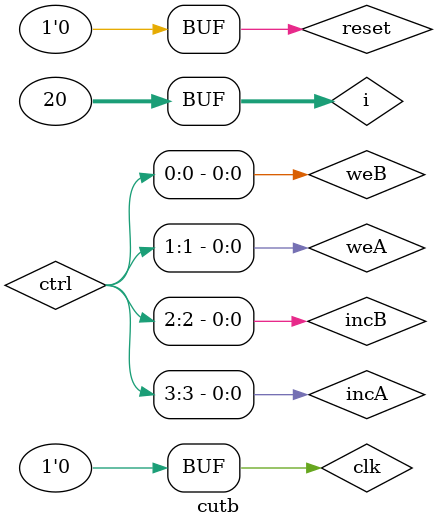
<source format=v>
`timescale 1ns / 1ps


module cutb;
reg reset, clk;
reg [3:0] ctrl;
wire incA, incB, weA, weB;
integer i = 0;

controlunit DUT (incA, incB, weA, weB, reset, clk);

always @ (incA, incB, weA, weB)
    begin
    ctrl = {incA, incB, weA, weB};
    end
always
begin
reset = 1;
clk = 0;
#5
reset = 0;
#5
clk = 1;
#5
clk = 0;
for (i = 0; i < 20; i = i + 1)
    begin
    #5
    clk = 1;
    #5
    clk = 0;
    end
end
endmodule

</source>
